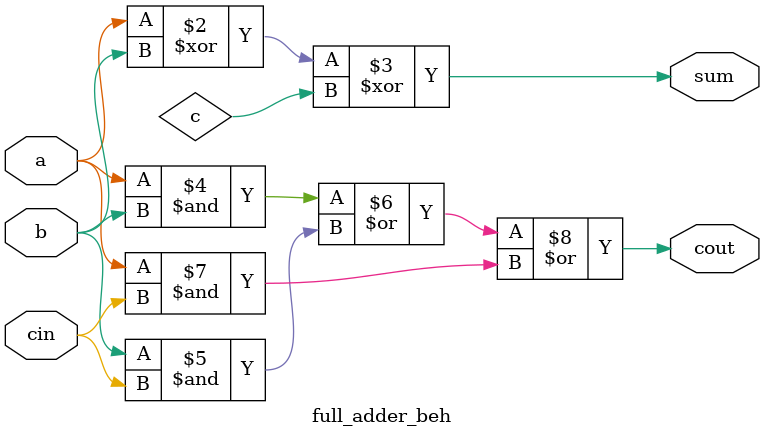
<source format=v>


module full_adder_beh( a ,b , cin , sum , cout);
    
    input a , b , cin ;
    output reg sum , cout ;

    always @(*) begin

     sum = a ^ b ^ c;
     cout = ( a & b ) | ( b & cin ) | ( a & cin );
        
    end

endmodule
</source>
